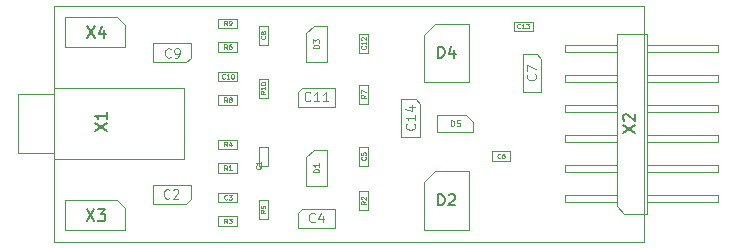
<source format=gbr>
%TF.GenerationSoftware,KiCad,Pcbnew,5.1.9*%
%TF.CreationDate,2021-02-16T17:41:26+03:00*%
%TF.ProjectId,dual-mcp3201-pmod,6475616c-2d6d-4637-9033-3230312d706d,rev?*%
%TF.SameCoordinates,PX4c4b400PY8583b00*%
%TF.FileFunction,Other,Fab,Top*%
%FSLAX46Y46*%
G04 Gerber Fmt 4.6, Leading zero omitted, Abs format (unit mm)*
G04 Created by KiCad (PCBNEW 5.1.9) date 2021-02-16 17:41:26*
%MOMM*%
%LPD*%
G01*
G04 APERTURE LIST*
%TA.AperFunction,Profile*%
%ADD10C,0.050000*%
%TD*%
%ADD11C,0.100000*%
%ADD12C,0.120000*%
%ADD13C,0.150000*%
%ADD14C,0.060000*%
%ADD15C,0.075000*%
%ADD16C,0.140000*%
G04 APERTURE END LIST*
D10*
X50000000Y20000000D02*
X0Y20000000D01*
X50000000Y0D02*
X50000000Y20000000D01*
X0Y0D02*
X50000000Y0D01*
X0Y20000000D02*
X0Y0D01*
D11*
%TO.C,X4*%
X6020000Y18385000D02*
X6020000Y16480000D01*
X6020000Y16480000D02*
X940000Y16480000D01*
X940000Y16480000D02*
X940000Y19020000D01*
X940000Y19020000D02*
X5385000Y19020000D01*
X5385000Y19020000D02*
X6020000Y18385000D01*
%TO.C,X3*%
X6020000Y2885000D02*
X6020000Y980000D01*
X6020000Y980000D02*
X940000Y980000D01*
X940000Y980000D02*
X940000Y3520000D01*
X940000Y3520000D02*
X5385000Y3520000D01*
X5385000Y3520000D02*
X6020000Y2885000D01*
%TO.C,C12*%
X26650000Y16025000D02*
X25850000Y16025000D01*
X25850000Y16025000D02*
X25850000Y17625000D01*
X25850000Y17625000D02*
X26650000Y17625000D01*
X26650000Y17625000D02*
X26650000Y16025000D01*
%TO.C,C11*%
X23850000Y13050000D02*
X21050000Y13050000D01*
X21050000Y13050000D02*
X20650000Y12650000D01*
X20650000Y12650000D02*
X20650000Y11450000D01*
X20650000Y11450000D02*
X23850000Y11450000D01*
X23850000Y11450000D02*
X23850000Y13050000D01*
%TO.C,C10*%
X15550000Y14400000D02*
X15550000Y13600000D01*
X15550000Y13600000D02*
X13950000Y13600000D01*
X13950000Y13600000D02*
X13950000Y14400000D01*
X13950000Y14400000D02*
X15550000Y14400000D01*
%TO.C,C9*%
X8400000Y15200000D02*
X11200000Y15200000D01*
X11200000Y15200000D02*
X11600000Y15600000D01*
X11600000Y15600000D02*
X11600000Y16800000D01*
X11600000Y16800000D02*
X8400000Y16800000D01*
X8400000Y16800000D02*
X8400000Y15200000D01*
%TO.C,C8*%
X17350000Y18300000D02*
X18150000Y18300000D01*
X18150000Y18300000D02*
X18150000Y16700000D01*
X18150000Y16700000D02*
X17350000Y16700000D01*
X17350000Y16700000D02*
X17350000Y18300000D01*
%TO.C,C7*%
X41300000Y12712500D02*
X41300000Y15512500D01*
X41300000Y15512500D02*
X40900000Y15912500D01*
X40900000Y15912500D02*
X39700000Y15912500D01*
X39700000Y15912500D02*
X39700000Y12712500D01*
X39700000Y12712500D02*
X41300000Y12712500D01*
%TO.C,C14*%
X31050000Y8900000D02*
X31050000Y11700000D01*
X31050000Y11700000D02*
X30650000Y12100000D01*
X30650000Y12100000D02*
X29450000Y12100000D01*
X29450000Y12100000D02*
X29450000Y8900000D01*
X29450000Y8900000D02*
X31050000Y8900000D01*
%TO.C,C6*%
X38675000Y7650000D02*
X38675000Y6850000D01*
X38675000Y6850000D02*
X37075000Y6850000D01*
X37075000Y6850000D02*
X37075000Y7650000D01*
X37075000Y7650000D02*
X38675000Y7650000D01*
%TO.C,X2*%
X48305000Y2380000D02*
X50210000Y2380000D01*
X50210000Y2380000D02*
X50210000Y17620000D01*
X50210000Y17620000D02*
X47670000Y17620000D01*
X47670000Y17620000D02*
X47670000Y3015000D01*
X47670000Y3015000D02*
X48305000Y2380000D01*
X43310000Y3330000D02*
X47670000Y3330000D01*
X43310000Y3330000D02*
X43310000Y3970000D01*
X43310000Y3970000D02*
X47670000Y3970000D01*
X50210000Y3330000D02*
X56210000Y3330000D01*
X56210000Y3330000D02*
X56210000Y3970000D01*
X50210000Y3970000D02*
X56210000Y3970000D01*
X43310000Y5870000D02*
X47670000Y5870000D01*
X43310000Y5870000D02*
X43310000Y6510000D01*
X43310000Y6510000D02*
X47670000Y6510000D01*
X50210000Y5870000D02*
X56210000Y5870000D01*
X56210000Y5870000D02*
X56210000Y6510000D01*
X50210000Y6510000D02*
X56210000Y6510000D01*
X43310000Y8410000D02*
X47670000Y8410000D01*
X43310000Y8410000D02*
X43310000Y9050000D01*
X43310000Y9050000D02*
X47670000Y9050000D01*
X50210000Y8410000D02*
X56210000Y8410000D01*
X56210000Y8410000D02*
X56210000Y9050000D01*
X50210000Y9050000D02*
X56210000Y9050000D01*
X43310000Y10950000D02*
X47670000Y10950000D01*
X43310000Y10950000D02*
X43310000Y11590000D01*
X43310000Y11590000D02*
X47670000Y11590000D01*
X50210000Y10950000D02*
X56210000Y10950000D01*
X56210000Y10950000D02*
X56210000Y11590000D01*
X50210000Y11590000D02*
X56210000Y11590000D01*
X43310000Y13490000D02*
X47670000Y13490000D01*
X43310000Y13490000D02*
X43310000Y14130000D01*
X43310000Y14130000D02*
X47670000Y14130000D01*
X50210000Y13490000D02*
X56210000Y13490000D01*
X56210000Y13490000D02*
X56210000Y14130000D01*
X50210000Y14130000D02*
X56210000Y14130000D01*
X43310000Y16030000D02*
X47670000Y16030000D01*
X43310000Y16030000D02*
X43310000Y16670000D01*
X43310000Y16670000D02*
X47670000Y16670000D01*
X50210000Y16030000D02*
X56210000Y16030000D01*
X56210000Y16030000D02*
X56210000Y16670000D01*
X50210000Y16670000D02*
X56210000Y16670000D01*
D12*
%TO.C,X1*%
X11000000Y7000000D02*
X11000000Y13000000D01*
X11000000Y13000000D02*
X0Y13000000D01*
X-3000000Y12500000D02*
X-3000000Y7500000D01*
X0Y7000000D02*
X11000000Y7000000D01*
X0Y13000000D02*
X0Y7000000D01*
X0Y7500000D02*
X-3000000Y7500000D01*
X0Y12500000D02*
X-3000000Y12500000D01*
D11*
%TO.C,R10*%
X17350000Y13800000D02*
X18150000Y13800000D01*
X18150000Y13800000D02*
X18150000Y12200000D01*
X18150000Y12200000D02*
X17350000Y12200000D01*
X17350000Y12200000D02*
X17350000Y13800000D01*
%TO.C,R9*%
X13950000Y18100000D02*
X13950000Y18900000D01*
X13950000Y18900000D02*
X15550000Y18900000D01*
X15550000Y18900000D02*
X15550000Y18100000D01*
X15550000Y18100000D02*
X13950000Y18100000D01*
%TO.C,R8*%
X13950000Y11600000D02*
X13950000Y12400000D01*
X13950000Y12400000D02*
X15550000Y12400000D01*
X15550000Y12400000D02*
X15550000Y11600000D01*
X15550000Y11600000D02*
X13950000Y11600000D01*
%TO.C,R7*%
X25850000Y13300000D02*
X26650000Y13300000D01*
X26650000Y13300000D02*
X26650000Y11700000D01*
X26650000Y11700000D02*
X25850000Y11700000D01*
X25850000Y11700000D02*
X25850000Y13300000D01*
%TO.C,R6*%
X13950000Y16100000D02*
X13950000Y16900000D01*
X13950000Y16900000D02*
X15550000Y16900000D01*
X15550000Y16900000D02*
X15550000Y16100000D01*
X15550000Y16100000D02*
X13950000Y16100000D01*
%TO.C,R5*%
X17350000Y3550000D02*
X18150000Y3550000D01*
X18150000Y3550000D02*
X18150000Y1950000D01*
X18150000Y1950000D02*
X17350000Y1950000D01*
X17350000Y1950000D02*
X17350000Y3550000D01*
%TO.C,R4*%
X13950000Y7850000D02*
X13950000Y8650000D01*
X13950000Y8650000D02*
X15550000Y8650000D01*
X15550000Y8650000D02*
X15550000Y7850000D01*
X15550000Y7850000D02*
X13950000Y7850000D01*
%TO.C,R3*%
X13950000Y1350000D02*
X13950000Y2150000D01*
X13950000Y2150000D02*
X15550000Y2150000D01*
X15550000Y2150000D02*
X15550000Y1350000D01*
X15550000Y1350000D02*
X13950000Y1350000D01*
%TO.C,R2*%
X26650000Y2700000D02*
X25850000Y2700000D01*
X25850000Y2700000D02*
X25850000Y4300000D01*
X25850000Y4300000D02*
X26650000Y4300000D01*
X26650000Y4300000D02*
X26650000Y2700000D01*
%TO.C,R1*%
X13950000Y5850000D02*
X13950000Y6650000D01*
X13950000Y6650000D02*
X15550000Y6650000D01*
X15550000Y6650000D02*
X15550000Y5850000D01*
X15550000Y5850000D02*
X13950000Y5850000D01*
%TO.C,D5*%
X34950000Y10700000D02*
X32500000Y10700000D01*
X35520000Y10150000D02*
X35520000Y9300000D01*
X34950000Y10700000D02*
X35520000Y10150000D01*
X35520000Y9300000D02*
X32480000Y9300000D01*
X32480000Y10700000D02*
X32480000Y9300000D01*
%TO.C,D4*%
X32310000Y18480000D02*
X35130000Y18480000D01*
X35130000Y18480000D02*
X35130000Y13520000D01*
X35130000Y13520000D02*
X31370000Y13520000D01*
X31370000Y13520000D02*
X31370000Y17540000D01*
X31370000Y17540000D02*
X32310000Y18480000D01*
%TO.C,D3*%
X21350000Y17650000D02*
X22000000Y18300000D01*
X23150000Y18300000D02*
X22000000Y18300000D01*
X21350000Y17650000D02*
X21350000Y15200000D01*
X23150000Y15200000D02*
X21350000Y15200000D01*
X23150000Y18300000D02*
X23150000Y15200000D01*
%TO.C,D2*%
X32310000Y5980000D02*
X35130000Y5980000D01*
X35130000Y5980000D02*
X35130000Y1020000D01*
X35130000Y1020000D02*
X31370000Y1020000D01*
X31370000Y1020000D02*
X31370000Y5040000D01*
X31370000Y5040000D02*
X32310000Y5980000D01*
%TO.C,D1*%
X21350000Y7150000D02*
X22000000Y7800000D01*
X23150000Y7800000D02*
X22000000Y7800000D01*
X21350000Y7150000D02*
X21350000Y4700000D01*
X23150000Y4700000D02*
X21350000Y4700000D01*
X23150000Y7800000D02*
X23150000Y4700000D01*
%TO.C,C13*%
X40550000Y18650000D02*
X40550000Y17850000D01*
X40550000Y17850000D02*
X38950000Y17850000D01*
X38950000Y17850000D02*
X38950000Y18650000D01*
X38950000Y18650000D02*
X40550000Y18650000D01*
%TO.C,C5*%
X25850000Y8050000D02*
X26650000Y8050000D01*
X26650000Y8050000D02*
X26650000Y6450000D01*
X26650000Y6450000D02*
X25850000Y6450000D01*
X25850000Y6450000D02*
X25850000Y8050000D01*
%TO.C,C4*%
X23850000Y2800000D02*
X21050000Y2800000D01*
X21050000Y2800000D02*
X20650000Y2400000D01*
X20650000Y2400000D02*
X20650000Y1200000D01*
X20650000Y1200000D02*
X23850000Y1200000D01*
X23850000Y1200000D02*
X23850000Y2800000D01*
%TO.C,C3*%
X15550000Y4150000D02*
X15550000Y3350000D01*
X15550000Y3350000D02*
X13950000Y3350000D01*
X13950000Y3350000D02*
X13950000Y4150000D01*
X13950000Y4150000D02*
X15550000Y4150000D01*
%TO.C,C2*%
X8400000Y3200000D02*
X11200000Y3200000D01*
X11200000Y3200000D02*
X11600000Y3600000D01*
X11600000Y3600000D02*
X11600000Y4800000D01*
X11600000Y4800000D02*
X8400000Y4800000D01*
X8400000Y4800000D02*
X8400000Y3200000D01*
%TO.C,C1*%
X17350000Y8050000D02*
X18150000Y8050000D01*
X18150000Y8050000D02*
X18150000Y6450000D01*
X18150000Y6450000D02*
X17350000Y6450000D01*
X17350000Y6450000D02*
X17350000Y8050000D01*
%TD*%
%TO.C,X4*%
D13*
X2820476Y18237620D02*
X3487142Y17237620D01*
X3487142Y18237620D02*
X2820476Y17237620D01*
X4296666Y17904286D02*
X4296666Y17237620D01*
X4058571Y18285239D02*
X3820476Y17570953D01*
X4439523Y17570953D01*
%TO.C,X3*%
X2790476Y2747620D02*
X3457142Y1747620D01*
X3457142Y2747620D02*
X2790476Y1747620D01*
X3742857Y2747620D02*
X4361904Y2747620D01*
X4028571Y2366667D01*
X4171428Y2366667D01*
X4266666Y2319048D01*
X4314285Y2271429D01*
X4361904Y2176191D01*
X4361904Y1938096D01*
X4314285Y1842858D01*
X4266666Y1795239D01*
X4171428Y1747620D01*
X3885714Y1747620D01*
X3790476Y1795239D01*
X3742857Y1842858D01*
%TO.C,C12*%
D14*
X26392857Y16567858D02*
X26411904Y16548810D01*
X26430952Y16491667D01*
X26430952Y16453572D01*
X26411904Y16396429D01*
X26373809Y16358334D01*
X26335714Y16339286D01*
X26259523Y16320239D01*
X26202380Y16320239D01*
X26126190Y16339286D01*
X26088095Y16358334D01*
X26050000Y16396429D01*
X26030952Y16453572D01*
X26030952Y16491667D01*
X26050000Y16548810D01*
X26069047Y16567858D01*
X26430952Y16948810D02*
X26430952Y16720239D01*
X26430952Y16834524D02*
X26030952Y16834524D01*
X26088095Y16796429D01*
X26126190Y16758334D01*
X26145238Y16720239D01*
X26069047Y17101191D02*
X26050000Y17120239D01*
X26030952Y17158334D01*
X26030952Y17253572D01*
X26050000Y17291667D01*
X26069047Y17310715D01*
X26107142Y17329762D01*
X26145238Y17329762D01*
X26202380Y17310715D01*
X26430952Y17082143D01*
X26430952Y17329762D01*
%TO.C,C11*%
D12*
X21735714Y11964286D02*
X21697619Y11926191D01*
X21583333Y11888096D01*
X21507142Y11888096D01*
X21392857Y11926191D01*
X21316666Y12002381D01*
X21278571Y12078572D01*
X21240476Y12230953D01*
X21240476Y12345239D01*
X21278571Y12497620D01*
X21316666Y12573810D01*
X21392857Y12650000D01*
X21507142Y12688096D01*
X21583333Y12688096D01*
X21697619Y12650000D01*
X21735714Y12611905D01*
X22497619Y11888096D02*
X22040476Y11888096D01*
X22269047Y11888096D02*
X22269047Y12688096D01*
X22192857Y12573810D01*
X22116666Y12497620D01*
X22040476Y12459524D01*
X23259523Y11888096D02*
X22802380Y11888096D01*
X23030952Y11888096D02*
X23030952Y12688096D01*
X22954761Y12573810D01*
X22878571Y12497620D01*
X22802380Y12459524D01*
%TO.C,C10*%
D14*
X14492857Y13857143D02*
X14473809Y13838096D01*
X14416666Y13819048D01*
X14378571Y13819048D01*
X14321428Y13838096D01*
X14283333Y13876191D01*
X14264285Y13914286D01*
X14245238Y13990477D01*
X14245238Y14047620D01*
X14264285Y14123810D01*
X14283333Y14161905D01*
X14321428Y14200000D01*
X14378571Y14219048D01*
X14416666Y14219048D01*
X14473809Y14200000D01*
X14492857Y14180953D01*
X14873809Y13819048D02*
X14645238Y13819048D01*
X14759523Y13819048D02*
X14759523Y14219048D01*
X14721428Y14161905D01*
X14683333Y14123810D01*
X14645238Y14104762D01*
X15121428Y14219048D02*
X15159523Y14219048D01*
X15197619Y14200000D01*
X15216666Y14180953D01*
X15235714Y14142858D01*
X15254761Y14066667D01*
X15254761Y13971429D01*
X15235714Y13895239D01*
X15216666Y13857143D01*
X15197619Y13838096D01*
X15159523Y13819048D01*
X15121428Y13819048D01*
X15083333Y13838096D01*
X15064285Y13857143D01*
X15045238Y13895239D01*
X15026190Y13971429D01*
X15026190Y14066667D01*
X15045238Y14142858D01*
X15064285Y14180953D01*
X15083333Y14200000D01*
X15121428Y14219048D01*
%TO.C,C9*%
D12*
X9916666Y15664286D02*
X9878571Y15626191D01*
X9764285Y15588096D01*
X9688095Y15588096D01*
X9573809Y15626191D01*
X9497619Y15702381D01*
X9459523Y15778572D01*
X9421428Y15930953D01*
X9421428Y16045239D01*
X9459523Y16197620D01*
X9497619Y16273810D01*
X9573809Y16350000D01*
X9688095Y16388096D01*
X9764285Y16388096D01*
X9878571Y16350000D01*
X9916666Y16311905D01*
X10297619Y15588096D02*
X10450000Y15588096D01*
X10526190Y15626191D01*
X10564285Y15664286D01*
X10640476Y15778572D01*
X10678571Y15930953D01*
X10678571Y16235715D01*
X10640476Y16311905D01*
X10602380Y16350000D01*
X10526190Y16388096D01*
X10373809Y16388096D01*
X10297619Y16350000D01*
X10259523Y16311905D01*
X10221428Y16235715D01*
X10221428Y16045239D01*
X10259523Y15969048D01*
X10297619Y15930953D01*
X10373809Y15892858D01*
X10526190Y15892858D01*
X10602380Y15930953D01*
X10640476Y15969048D01*
X10678571Y16045239D01*
%TO.C,C8*%
D14*
X17892857Y17433334D02*
X17911904Y17414286D01*
X17930952Y17357143D01*
X17930952Y17319048D01*
X17911904Y17261905D01*
X17873809Y17223810D01*
X17835714Y17204762D01*
X17759523Y17185715D01*
X17702380Y17185715D01*
X17626190Y17204762D01*
X17588095Y17223810D01*
X17550000Y17261905D01*
X17530952Y17319048D01*
X17530952Y17357143D01*
X17550000Y17414286D01*
X17569047Y17433334D01*
X17702380Y17661905D02*
X17683333Y17623810D01*
X17664285Y17604762D01*
X17626190Y17585715D01*
X17607142Y17585715D01*
X17569047Y17604762D01*
X17550000Y17623810D01*
X17530952Y17661905D01*
X17530952Y17738096D01*
X17550000Y17776191D01*
X17569047Y17795239D01*
X17607142Y17814286D01*
X17626190Y17814286D01*
X17664285Y17795239D01*
X17683333Y17776191D01*
X17702380Y17738096D01*
X17702380Y17661905D01*
X17721428Y17623810D01*
X17740476Y17604762D01*
X17778571Y17585715D01*
X17854761Y17585715D01*
X17892857Y17604762D01*
X17911904Y17623810D01*
X17930952Y17661905D01*
X17930952Y17738096D01*
X17911904Y17776191D01*
X17892857Y17795239D01*
X17854761Y17814286D01*
X17778571Y17814286D01*
X17740476Y17795239D01*
X17721428Y17776191D01*
X17702380Y17738096D01*
%TO.C,C7*%
D12*
X40785714Y14179167D02*
X40823809Y14141072D01*
X40861904Y14026786D01*
X40861904Y13950596D01*
X40823809Y13836310D01*
X40747619Y13760120D01*
X40671428Y13722024D01*
X40519047Y13683929D01*
X40404761Y13683929D01*
X40252380Y13722024D01*
X40176190Y13760120D01*
X40100000Y13836310D01*
X40061904Y13950596D01*
X40061904Y14026786D01*
X40100000Y14141072D01*
X40138095Y14179167D01*
X40061904Y14445834D02*
X40061904Y14979167D01*
X40861904Y14636310D01*
%TO.C,C14*%
X30535714Y9985715D02*
X30573809Y9947620D01*
X30611904Y9833334D01*
X30611904Y9757143D01*
X30573809Y9642858D01*
X30497619Y9566667D01*
X30421428Y9528572D01*
X30269047Y9490477D01*
X30154761Y9490477D01*
X30002380Y9528572D01*
X29926190Y9566667D01*
X29850000Y9642858D01*
X29811904Y9757143D01*
X29811904Y9833334D01*
X29850000Y9947620D01*
X29888095Y9985715D01*
X30611904Y10747620D02*
X30611904Y10290477D01*
X30611904Y10519048D02*
X29811904Y10519048D01*
X29926190Y10442858D01*
X30002380Y10366667D01*
X30040476Y10290477D01*
X30078571Y11433334D02*
X30611904Y11433334D01*
X29773809Y11242858D02*
X30345238Y11052381D01*
X30345238Y11547620D01*
%TO.C,C6*%
D14*
X37808333Y7107143D02*
X37789285Y7088096D01*
X37732142Y7069048D01*
X37694047Y7069048D01*
X37636904Y7088096D01*
X37598809Y7126191D01*
X37579761Y7164286D01*
X37560714Y7240477D01*
X37560714Y7297620D01*
X37579761Y7373810D01*
X37598809Y7411905D01*
X37636904Y7450000D01*
X37694047Y7469048D01*
X37732142Y7469048D01*
X37789285Y7450000D01*
X37808333Y7430953D01*
X38151190Y7469048D02*
X38075000Y7469048D01*
X38036904Y7450000D01*
X38017857Y7430953D01*
X37979761Y7373810D01*
X37960714Y7297620D01*
X37960714Y7145239D01*
X37979761Y7107143D01*
X37998809Y7088096D01*
X38036904Y7069048D01*
X38113095Y7069048D01*
X38151190Y7088096D01*
X38170238Y7107143D01*
X38189285Y7145239D01*
X38189285Y7240477D01*
X38170238Y7278572D01*
X38151190Y7297620D01*
X38113095Y7316667D01*
X38036904Y7316667D01*
X37998809Y7297620D01*
X37979761Y7278572D01*
X37960714Y7240477D01*
%TO.C,X2*%
D13*
X48202380Y9240477D02*
X49202380Y9907143D01*
X48202380Y9907143D02*
X49202380Y9240477D01*
X48297619Y10240477D02*
X48250000Y10288096D01*
X48202380Y10383334D01*
X48202380Y10621429D01*
X48250000Y10716667D01*
X48297619Y10764286D01*
X48392857Y10811905D01*
X48488095Y10811905D01*
X48630952Y10764286D01*
X49202380Y10192858D01*
X49202380Y10811905D01*
%TO.C,X1*%
X3502380Y9390477D02*
X4502380Y10057143D01*
X3502380Y10057143D02*
X4502380Y9390477D01*
X4502380Y10961905D02*
X4502380Y10390477D01*
X4502380Y10676191D02*
X3502380Y10676191D01*
X3645238Y10580953D01*
X3740476Y10485715D01*
X3788095Y10390477D01*
%TO.C,R10*%
D14*
X17930952Y12742858D02*
X17740476Y12609524D01*
X17930952Y12514286D02*
X17530952Y12514286D01*
X17530952Y12666667D01*
X17550000Y12704762D01*
X17569047Y12723810D01*
X17607142Y12742858D01*
X17664285Y12742858D01*
X17702380Y12723810D01*
X17721428Y12704762D01*
X17740476Y12666667D01*
X17740476Y12514286D01*
X17930952Y13123810D02*
X17930952Y12895239D01*
X17930952Y13009524D02*
X17530952Y13009524D01*
X17588095Y12971429D01*
X17626190Y12933334D01*
X17645238Y12895239D01*
X17530952Y13371429D02*
X17530952Y13409524D01*
X17550000Y13447620D01*
X17569047Y13466667D01*
X17607142Y13485715D01*
X17683333Y13504762D01*
X17778571Y13504762D01*
X17854761Y13485715D01*
X17892857Y13466667D01*
X17911904Y13447620D01*
X17930952Y13409524D01*
X17930952Y13371429D01*
X17911904Y13333334D01*
X17892857Y13314286D01*
X17854761Y13295239D01*
X17778571Y13276191D01*
X17683333Y13276191D01*
X17607142Y13295239D01*
X17569047Y13314286D01*
X17550000Y13333334D01*
X17530952Y13371429D01*
%TO.C,R9*%
X14683333Y18319048D02*
X14550000Y18509524D01*
X14454761Y18319048D02*
X14454761Y18719048D01*
X14607142Y18719048D01*
X14645238Y18700000D01*
X14664285Y18680953D01*
X14683333Y18642858D01*
X14683333Y18585715D01*
X14664285Y18547620D01*
X14645238Y18528572D01*
X14607142Y18509524D01*
X14454761Y18509524D01*
X14873809Y18319048D02*
X14950000Y18319048D01*
X14988095Y18338096D01*
X15007142Y18357143D01*
X15045238Y18414286D01*
X15064285Y18490477D01*
X15064285Y18642858D01*
X15045238Y18680953D01*
X15026190Y18700000D01*
X14988095Y18719048D01*
X14911904Y18719048D01*
X14873809Y18700000D01*
X14854761Y18680953D01*
X14835714Y18642858D01*
X14835714Y18547620D01*
X14854761Y18509524D01*
X14873809Y18490477D01*
X14911904Y18471429D01*
X14988095Y18471429D01*
X15026190Y18490477D01*
X15045238Y18509524D01*
X15064285Y18547620D01*
%TO.C,R8*%
X14683333Y11819048D02*
X14550000Y12009524D01*
X14454761Y11819048D02*
X14454761Y12219048D01*
X14607142Y12219048D01*
X14645238Y12200000D01*
X14664285Y12180953D01*
X14683333Y12142858D01*
X14683333Y12085715D01*
X14664285Y12047620D01*
X14645238Y12028572D01*
X14607142Y12009524D01*
X14454761Y12009524D01*
X14911904Y12047620D02*
X14873809Y12066667D01*
X14854761Y12085715D01*
X14835714Y12123810D01*
X14835714Y12142858D01*
X14854761Y12180953D01*
X14873809Y12200000D01*
X14911904Y12219048D01*
X14988095Y12219048D01*
X15026190Y12200000D01*
X15045238Y12180953D01*
X15064285Y12142858D01*
X15064285Y12123810D01*
X15045238Y12085715D01*
X15026190Y12066667D01*
X14988095Y12047620D01*
X14911904Y12047620D01*
X14873809Y12028572D01*
X14854761Y12009524D01*
X14835714Y11971429D01*
X14835714Y11895239D01*
X14854761Y11857143D01*
X14873809Y11838096D01*
X14911904Y11819048D01*
X14988095Y11819048D01*
X15026190Y11838096D01*
X15045238Y11857143D01*
X15064285Y11895239D01*
X15064285Y11971429D01*
X15045238Y12009524D01*
X15026190Y12028572D01*
X14988095Y12047620D01*
%TO.C,R7*%
X26430952Y12433334D02*
X26240476Y12300000D01*
X26430952Y12204762D02*
X26030952Y12204762D01*
X26030952Y12357143D01*
X26050000Y12395239D01*
X26069047Y12414286D01*
X26107142Y12433334D01*
X26164285Y12433334D01*
X26202380Y12414286D01*
X26221428Y12395239D01*
X26240476Y12357143D01*
X26240476Y12204762D01*
X26030952Y12566667D02*
X26030952Y12833334D01*
X26430952Y12661905D01*
%TO.C,R6*%
X14683333Y16319048D02*
X14550000Y16509524D01*
X14454761Y16319048D02*
X14454761Y16719048D01*
X14607142Y16719048D01*
X14645238Y16700000D01*
X14664285Y16680953D01*
X14683333Y16642858D01*
X14683333Y16585715D01*
X14664285Y16547620D01*
X14645238Y16528572D01*
X14607142Y16509524D01*
X14454761Y16509524D01*
X15026190Y16719048D02*
X14950000Y16719048D01*
X14911904Y16700000D01*
X14892857Y16680953D01*
X14854761Y16623810D01*
X14835714Y16547620D01*
X14835714Y16395239D01*
X14854761Y16357143D01*
X14873809Y16338096D01*
X14911904Y16319048D01*
X14988095Y16319048D01*
X15026190Y16338096D01*
X15045238Y16357143D01*
X15064285Y16395239D01*
X15064285Y16490477D01*
X15045238Y16528572D01*
X15026190Y16547620D01*
X14988095Y16566667D01*
X14911904Y16566667D01*
X14873809Y16547620D01*
X14854761Y16528572D01*
X14835714Y16490477D01*
%TO.C,R5*%
X17930952Y2683334D02*
X17740476Y2550000D01*
X17930952Y2454762D02*
X17530952Y2454762D01*
X17530952Y2607143D01*
X17550000Y2645239D01*
X17569047Y2664286D01*
X17607142Y2683334D01*
X17664285Y2683334D01*
X17702380Y2664286D01*
X17721428Y2645239D01*
X17740476Y2607143D01*
X17740476Y2454762D01*
X17530952Y3045239D02*
X17530952Y2854762D01*
X17721428Y2835715D01*
X17702380Y2854762D01*
X17683333Y2892858D01*
X17683333Y2988096D01*
X17702380Y3026191D01*
X17721428Y3045239D01*
X17759523Y3064286D01*
X17854761Y3064286D01*
X17892857Y3045239D01*
X17911904Y3026191D01*
X17930952Y2988096D01*
X17930952Y2892858D01*
X17911904Y2854762D01*
X17892857Y2835715D01*
%TO.C,R4*%
X14683333Y8069048D02*
X14550000Y8259524D01*
X14454761Y8069048D02*
X14454761Y8469048D01*
X14607142Y8469048D01*
X14645238Y8450000D01*
X14664285Y8430953D01*
X14683333Y8392858D01*
X14683333Y8335715D01*
X14664285Y8297620D01*
X14645238Y8278572D01*
X14607142Y8259524D01*
X14454761Y8259524D01*
X15026190Y8335715D02*
X15026190Y8069048D01*
X14930952Y8488096D02*
X14835714Y8202381D01*
X15083333Y8202381D01*
%TO.C,R3*%
X14683333Y1569048D02*
X14550000Y1759524D01*
X14454761Y1569048D02*
X14454761Y1969048D01*
X14607142Y1969048D01*
X14645238Y1950000D01*
X14664285Y1930953D01*
X14683333Y1892858D01*
X14683333Y1835715D01*
X14664285Y1797620D01*
X14645238Y1778572D01*
X14607142Y1759524D01*
X14454761Y1759524D01*
X14816666Y1969048D02*
X15064285Y1969048D01*
X14930952Y1816667D01*
X14988095Y1816667D01*
X15026190Y1797620D01*
X15045238Y1778572D01*
X15064285Y1740477D01*
X15064285Y1645239D01*
X15045238Y1607143D01*
X15026190Y1588096D01*
X14988095Y1569048D01*
X14873809Y1569048D01*
X14835714Y1588096D01*
X14816666Y1607143D01*
%TO.C,R2*%
X26430952Y3433334D02*
X26240476Y3300000D01*
X26430952Y3204762D02*
X26030952Y3204762D01*
X26030952Y3357143D01*
X26050000Y3395239D01*
X26069047Y3414286D01*
X26107142Y3433334D01*
X26164285Y3433334D01*
X26202380Y3414286D01*
X26221428Y3395239D01*
X26240476Y3357143D01*
X26240476Y3204762D01*
X26069047Y3585715D02*
X26050000Y3604762D01*
X26030952Y3642858D01*
X26030952Y3738096D01*
X26050000Y3776191D01*
X26069047Y3795239D01*
X26107142Y3814286D01*
X26145238Y3814286D01*
X26202380Y3795239D01*
X26430952Y3566667D01*
X26430952Y3814286D01*
%TO.C,R1*%
X14683333Y6069048D02*
X14550000Y6259524D01*
X14454761Y6069048D02*
X14454761Y6469048D01*
X14607142Y6469048D01*
X14645238Y6450000D01*
X14664285Y6430953D01*
X14683333Y6392858D01*
X14683333Y6335715D01*
X14664285Y6297620D01*
X14645238Y6278572D01*
X14607142Y6259524D01*
X14454761Y6259524D01*
X15064285Y6069048D02*
X14835714Y6069048D01*
X14950000Y6069048D02*
X14950000Y6469048D01*
X14911904Y6411905D01*
X14873809Y6373810D01*
X14835714Y6354762D01*
%TO.C,D5*%
D15*
X33630952Y9773810D02*
X33630952Y10273810D01*
X33750000Y10273810D01*
X33821428Y10250000D01*
X33869047Y10202381D01*
X33892857Y10154762D01*
X33916666Y10059524D01*
X33916666Y9988096D01*
X33892857Y9892858D01*
X33869047Y9845239D01*
X33821428Y9797620D01*
X33750000Y9773810D01*
X33630952Y9773810D01*
X34369047Y10273810D02*
X34130952Y10273810D01*
X34107142Y10035715D01*
X34130952Y10059524D01*
X34178571Y10083334D01*
X34297619Y10083334D01*
X34345238Y10059524D01*
X34369047Y10035715D01*
X34392857Y9988096D01*
X34392857Y9869048D01*
X34369047Y9821429D01*
X34345238Y9797620D01*
X34297619Y9773810D01*
X34178571Y9773810D01*
X34130952Y9797620D01*
X34107142Y9821429D01*
%TO.C,D4*%
D16*
X32556190Y15574762D02*
X32556190Y16514762D01*
X32780000Y16514762D01*
X32914285Y16470000D01*
X33003809Y16380477D01*
X33048571Y16290953D01*
X33093333Y16111905D01*
X33093333Y15977620D01*
X33048571Y15798572D01*
X33003809Y15709048D01*
X32914285Y15619524D01*
X32780000Y15574762D01*
X32556190Y15574762D01*
X33899047Y16201429D02*
X33899047Y15574762D01*
X33675238Y16559524D02*
X33451428Y15888096D01*
X34033333Y15888096D01*
%TO.C,D3*%
D15*
X22476190Y16380953D02*
X21976190Y16380953D01*
X21976190Y16500000D01*
X22000000Y16571429D01*
X22047619Y16619048D01*
X22095238Y16642858D01*
X22190476Y16666667D01*
X22261904Y16666667D01*
X22357142Y16642858D01*
X22404761Y16619048D01*
X22452380Y16571429D01*
X22476190Y16500000D01*
X22476190Y16380953D01*
X21976190Y16833334D02*
X21976190Y17142858D01*
X22166666Y16976191D01*
X22166666Y17047620D01*
X22190476Y17095239D01*
X22214285Y17119048D01*
X22261904Y17142858D01*
X22380952Y17142858D01*
X22428571Y17119048D01*
X22452380Y17095239D01*
X22476190Y17047620D01*
X22476190Y16904762D01*
X22452380Y16857143D01*
X22428571Y16833334D01*
%TO.C,D2*%
D16*
X32556190Y3074762D02*
X32556190Y4014762D01*
X32780000Y4014762D01*
X32914285Y3970000D01*
X33003809Y3880477D01*
X33048571Y3790953D01*
X33093333Y3611905D01*
X33093333Y3477620D01*
X33048571Y3298572D01*
X33003809Y3209048D01*
X32914285Y3119524D01*
X32780000Y3074762D01*
X32556190Y3074762D01*
X33451428Y3925239D02*
X33496190Y3970000D01*
X33585714Y4014762D01*
X33809523Y4014762D01*
X33899047Y3970000D01*
X33943809Y3925239D01*
X33988571Y3835715D01*
X33988571Y3746191D01*
X33943809Y3611905D01*
X33406666Y3074762D01*
X33988571Y3074762D01*
%TO.C,D1*%
D15*
X22476190Y5880953D02*
X21976190Y5880953D01*
X21976190Y6000000D01*
X22000000Y6071429D01*
X22047619Y6119048D01*
X22095238Y6142858D01*
X22190476Y6166667D01*
X22261904Y6166667D01*
X22357142Y6142858D01*
X22404761Y6119048D01*
X22452380Y6071429D01*
X22476190Y6000000D01*
X22476190Y5880953D01*
X22476190Y6642858D02*
X22476190Y6357143D01*
X22476190Y6500000D02*
X21976190Y6500000D01*
X22047619Y6452381D01*
X22095238Y6404762D01*
X22119047Y6357143D01*
%TO.C,C13*%
D14*
X39492857Y18107143D02*
X39473809Y18088096D01*
X39416666Y18069048D01*
X39378571Y18069048D01*
X39321428Y18088096D01*
X39283333Y18126191D01*
X39264285Y18164286D01*
X39245238Y18240477D01*
X39245238Y18297620D01*
X39264285Y18373810D01*
X39283333Y18411905D01*
X39321428Y18450000D01*
X39378571Y18469048D01*
X39416666Y18469048D01*
X39473809Y18450000D01*
X39492857Y18430953D01*
X39873809Y18069048D02*
X39645238Y18069048D01*
X39759523Y18069048D02*
X39759523Y18469048D01*
X39721428Y18411905D01*
X39683333Y18373810D01*
X39645238Y18354762D01*
X40007142Y18469048D02*
X40254761Y18469048D01*
X40121428Y18316667D01*
X40178571Y18316667D01*
X40216666Y18297620D01*
X40235714Y18278572D01*
X40254761Y18240477D01*
X40254761Y18145239D01*
X40235714Y18107143D01*
X40216666Y18088096D01*
X40178571Y18069048D01*
X40064285Y18069048D01*
X40026190Y18088096D01*
X40007142Y18107143D01*
%TO.C,C5*%
X26392857Y7183334D02*
X26411904Y7164286D01*
X26430952Y7107143D01*
X26430952Y7069048D01*
X26411904Y7011905D01*
X26373809Y6973810D01*
X26335714Y6954762D01*
X26259523Y6935715D01*
X26202380Y6935715D01*
X26126190Y6954762D01*
X26088095Y6973810D01*
X26050000Y7011905D01*
X26030952Y7069048D01*
X26030952Y7107143D01*
X26050000Y7164286D01*
X26069047Y7183334D01*
X26030952Y7545239D02*
X26030952Y7354762D01*
X26221428Y7335715D01*
X26202380Y7354762D01*
X26183333Y7392858D01*
X26183333Y7488096D01*
X26202380Y7526191D01*
X26221428Y7545239D01*
X26259523Y7564286D01*
X26354761Y7564286D01*
X26392857Y7545239D01*
X26411904Y7526191D01*
X26430952Y7488096D01*
X26430952Y7392858D01*
X26411904Y7354762D01*
X26392857Y7335715D01*
%TO.C,C4*%
D12*
X22116666Y1714286D02*
X22078571Y1676191D01*
X21964285Y1638096D01*
X21888095Y1638096D01*
X21773809Y1676191D01*
X21697619Y1752381D01*
X21659523Y1828572D01*
X21621428Y1980953D01*
X21621428Y2095239D01*
X21659523Y2247620D01*
X21697619Y2323810D01*
X21773809Y2400000D01*
X21888095Y2438096D01*
X21964285Y2438096D01*
X22078571Y2400000D01*
X22116666Y2361905D01*
X22802380Y2171429D02*
X22802380Y1638096D01*
X22611904Y2476191D02*
X22421428Y1904762D01*
X22916666Y1904762D01*
%TO.C,C3*%
D14*
X14683333Y3607143D02*
X14664285Y3588096D01*
X14607142Y3569048D01*
X14569047Y3569048D01*
X14511904Y3588096D01*
X14473809Y3626191D01*
X14454761Y3664286D01*
X14435714Y3740477D01*
X14435714Y3797620D01*
X14454761Y3873810D01*
X14473809Y3911905D01*
X14511904Y3950000D01*
X14569047Y3969048D01*
X14607142Y3969048D01*
X14664285Y3950000D01*
X14683333Y3930953D01*
X14816666Y3969048D02*
X15064285Y3969048D01*
X14930952Y3816667D01*
X14988095Y3816667D01*
X15026190Y3797620D01*
X15045238Y3778572D01*
X15064285Y3740477D01*
X15064285Y3645239D01*
X15045238Y3607143D01*
X15026190Y3588096D01*
X14988095Y3569048D01*
X14873809Y3569048D01*
X14835714Y3588096D01*
X14816666Y3607143D01*
%TO.C,C2*%
D12*
X9806666Y3724286D02*
X9768571Y3686191D01*
X9654285Y3648096D01*
X9578095Y3648096D01*
X9463809Y3686191D01*
X9387619Y3762381D01*
X9349523Y3838572D01*
X9311428Y3990953D01*
X9311428Y4105239D01*
X9349523Y4257620D01*
X9387619Y4333810D01*
X9463809Y4410000D01*
X9578095Y4448096D01*
X9654285Y4448096D01*
X9768571Y4410000D01*
X9806666Y4371905D01*
X10111428Y4371905D02*
X10149523Y4410000D01*
X10225714Y4448096D01*
X10416190Y4448096D01*
X10492380Y4410000D01*
X10530476Y4371905D01*
X10568571Y4295715D01*
X10568571Y4219524D01*
X10530476Y4105239D01*
X10073333Y3648096D01*
X10568571Y3648096D01*
%TO.C,C1*%
D14*
X17492857Y6383334D02*
X17511904Y6364286D01*
X17530952Y6307143D01*
X17530952Y6269048D01*
X17511904Y6211905D01*
X17473809Y6173810D01*
X17435714Y6154762D01*
X17359523Y6135715D01*
X17302380Y6135715D01*
X17226190Y6154762D01*
X17188095Y6173810D01*
X17150000Y6211905D01*
X17130952Y6269048D01*
X17130952Y6307143D01*
X17150000Y6364286D01*
X17169047Y6383334D01*
X17530952Y6764286D02*
X17530952Y6535715D01*
X17530952Y6650000D02*
X17130952Y6650000D01*
X17188095Y6611905D01*
X17226190Y6573810D01*
X17245238Y6535715D01*
%TD*%
M02*

</source>
